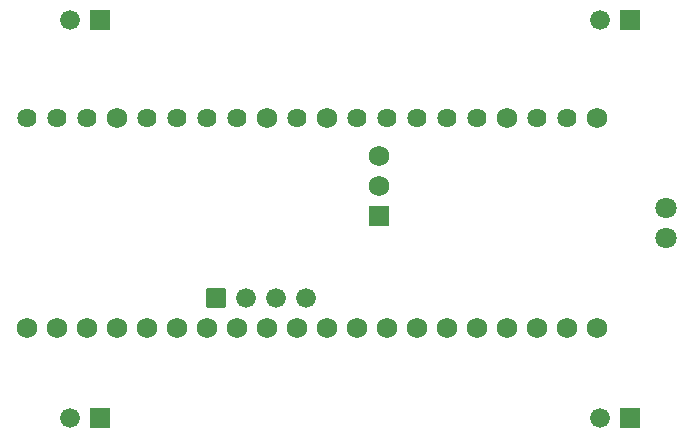
<source format=gbs>
G04 Layer: BottomSolderMaskLayer*
G04 EasyEDA v6.5.34, 2023-08-13 08:00:09*
G04 3ef975804e8146baa9bbefacfd0b45dc,794d3a8cdbfe417db23b3599569a6dff,10*
G04 Gerber Generator version 0.2*
G04 Scale: 100 percent, Rotated: No, Reflected: No *
G04 Dimensions in millimeters *
G04 leading zeros omitted , absolute positions ,4 integer and 5 decimal *
%FSLAX45Y45*%
%MOMM*%

%AMMACRO1*1,1,$1,$2,$3*1,1,$1,$4,$5*1,1,$1,0-$2,0-$3*1,1,$1,0-$4,0-$5*20,1,$1,$2,$3,$4,$5,0*20,1,$1,$4,$5,0-$2,0-$3,0*20,1,$1,0-$2,0-$3,0-$4,0-$5,0*20,1,$1,0-$4,0-$5,$2,$3,0*4,1,4,$2,$3,$4,$5,0-$2,0-$3,0-$4,0-$5,$2,$3,0*%
%ADD10C,1.7272*%
%ADD11C,1.6256*%
%ADD12MACRO1,0.2032X-0.762X0.762X0.762X0.762*%
%ADD13C,1.8016*%
%ADD14MACRO1,0.1016X-0.7874X0.7874X0.7874X0.7874*%
%ADD15C,1.6764*%
%ADD16R,1.6764X1.6764*%

%LPD*%
D10*
G01*
X5092700Y-1143000D03*
D11*
G01*
X4838700Y-1143000D03*
G01*
X4584700Y-1143000D03*
D10*
G01*
X4330700Y-1143000D03*
D11*
G01*
X4076700Y-1143000D03*
G01*
X3822700Y-1143000D03*
G01*
X3568700Y-1143000D03*
G01*
X3314700Y-1143000D03*
G01*
X3060700Y-1143000D03*
D10*
G01*
X2806700Y-1143000D03*
D11*
G01*
X2552700Y-1143000D03*
D10*
G01*
X2298700Y-1143000D03*
D11*
G01*
X2044700Y-1143000D03*
G01*
X1790700Y-1143000D03*
G01*
X1536700Y-1143000D03*
G01*
X1282700Y-1143000D03*
D10*
G01*
X1028700Y-1143000D03*
D11*
G01*
X774700Y-1143000D03*
G01*
X520700Y-1143000D03*
G01*
X266700Y-1143000D03*
D10*
G01*
X5092700Y-2921000D03*
G01*
X4838700Y-2921000D03*
G01*
X4584700Y-2921000D03*
G01*
X4330700Y-2921000D03*
G01*
X4076700Y-2921000D03*
G01*
X3822700Y-2921000D03*
G01*
X3568700Y-2921000D03*
G01*
X3314700Y-2921000D03*
G01*
X3060700Y-2921000D03*
G01*
X2806700Y-2921000D03*
G01*
X2552700Y-2921000D03*
G01*
X2298700Y-2921000D03*
G01*
X2044700Y-2921000D03*
G01*
X1790700Y-2921000D03*
G01*
X1536700Y-2921000D03*
G01*
X1282700Y-2921000D03*
G01*
X1028700Y-2921000D03*
G01*
X774700Y-2921000D03*
G01*
X520700Y-2921000D03*
G01*
X266700Y-2921000D03*
G01*
X3249701Y-1719605D03*
G01*
X3249701Y-1465605D03*
D12*
G01*
X3249693Y-1973600D03*
D13*
G01*
X5676900Y-1905000D03*
G01*
X5676900Y-2159000D03*
D14*
G01*
X1866900Y-2667000D03*
D15*
G01*
X2120900Y-2667000D03*
G01*
X2374900Y-2667000D03*
G01*
X2628900Y-2667000D03*
D16*
G01*
X5372100Y-3683000D03*
D15*
G01*
X5118100Y-3683000D03*
D16*
G01*
X889000Y-3683000D03*
D15*
G01*
X635000Y-3683000D03*
D16*
G01*
X889000Y-317500D03*
D15*
G01*
X635000Y-317500D03*
D16*
G01*
X5372100Y-317500D03*
D15*
G01*
X5118100Y-317500D03*
M02*

</source>
